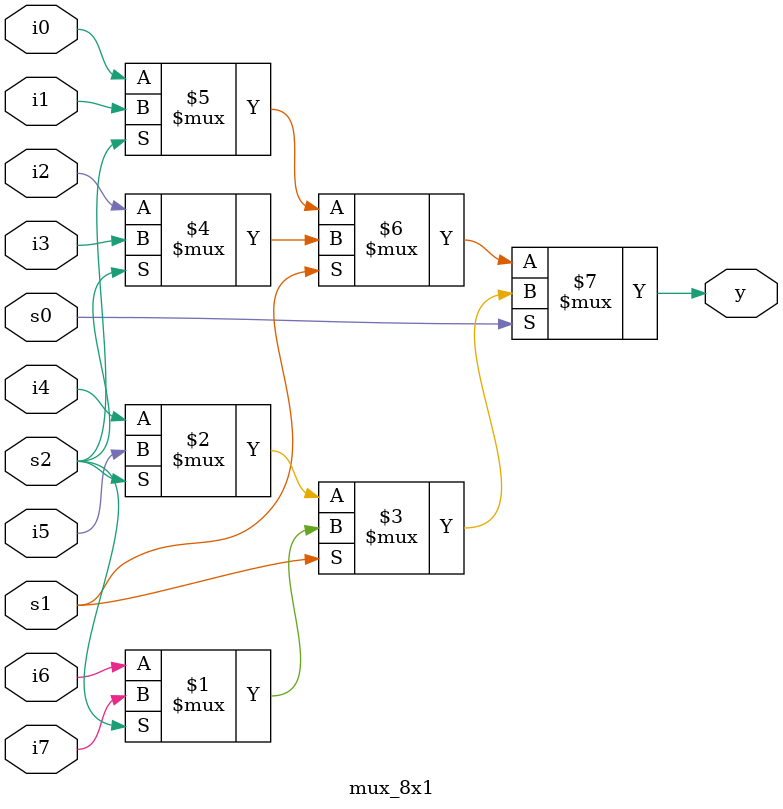
<source format=v>
module mux_8x1(input i0,i1,i2,i3,i4,i5,i6,i7,s0,s1,s2,output y);

assign y=(s0)?((s1)?((s2)?i7:i6):((s2)?i5:i4)):((s1)?((s2)?i3:i2):((s2)?i1:i0));

endmodule

</source>
